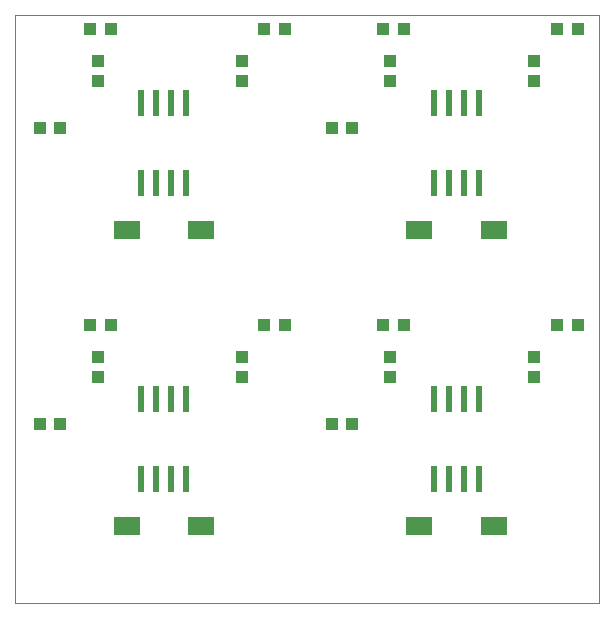
<source format=gtp>
G75*
G70*
%OFA0B0*%
%FSLAX24Y24*%
%IPPOS*%
%LPD*%
%AMOC8*
5,1,8,0,0,1.08239X$1,22.5*
%
%ADD10C,0.0000*%
%ADD11R,0.0400X0.0400*%
%ADD12R,0.0906X0.0630*%
%ADD13R,0.0394X0.0433*%
%ADD14R,0.0240X0.0870*%
%ADD15R,0.0433X0.0394*%
D10*
X000100Y000100D02*
X000100Y019721D01*
X019595Y019721D01*
X019595Y000100D01*
X000100Y000100D01*
D11*
X002625Y009375D03*
X003325Y009375D03*
X008425Y009375D03*
X009125Y009375D03*
X012375Y009375D03*
X013075Y009375D03*
X018175Y009375D03*
X018875Y009375D03*
X018875Y019250D03*
X018175Y019250D03*
X013075Y019250D03*
X012375Y019250D03*
X009125Y019250D03*
X008425Y019250D03*
X003325Y019250D03*
X002625Y019250D03*
D12*
X003835Y012550D03*
X006315Y012550D03*
X013585Y012550D03*
X016065Y012550D03*
X016065Y002675D03*
X013585Y002675D03*
X006315Y002675D03*
X003835Y002675D03*
D13*
X002875Y007640D03*
X002875Y008310D03*
X007675Y008310D03*
X007675Y007640D03*
X012625Y007640D03*
X012625Y008310D03*
X017425Y008310D03*
X017425Y007640D03*
X017425Y017515D03*
X017425Y018185D03*
X012625Y018185D03*
X012625Y017515D03*
X007675Y017515D03*
X007675Y018185D03*
X002875Y018185D03*
X002875Y017515D03*
D14*
X004325Y016770D03*
X004825Y016770D03*
X005325Y016770D03*
X005825Y016770D03*
X005825Y014120D03*
X005325Y014120D03*
X004825Y014120D03*
X004325Y014120D03*
X004325Y006895D03*
X004825Y006895D03*
X005325Y006895D03*
X005825Y006895D03*
X005825Y004245D03*
X005325Y004245D03*
X004825Y004245D03*
X004325Y004245D03*
X014075Y004245D03*
X014575Y004245D03*
X015075Y004245D03*
X015575Y004245D03*
X015575Y006895D03*
X015075Y006895D03*
X014575Y006895D03*
X014075Y006895D03*
X014075Y014120D03*
X014575Y014120D03*
X015075Y014120D03*
X015575Y014120D03*
X015575Y016770D03*
X015075Y016770D03*
X014575Y016770D03*
X014075Y016770D03*
D15*
X011360Y015950D03*
X010690Y015950D03*
X001610Y015950D03*
X000940Y015950D03*
X000940Y006075D03*
X001610Y006075D03*
X010690Y006075D03*
X011360Y006075D03*
M02*

</source>
